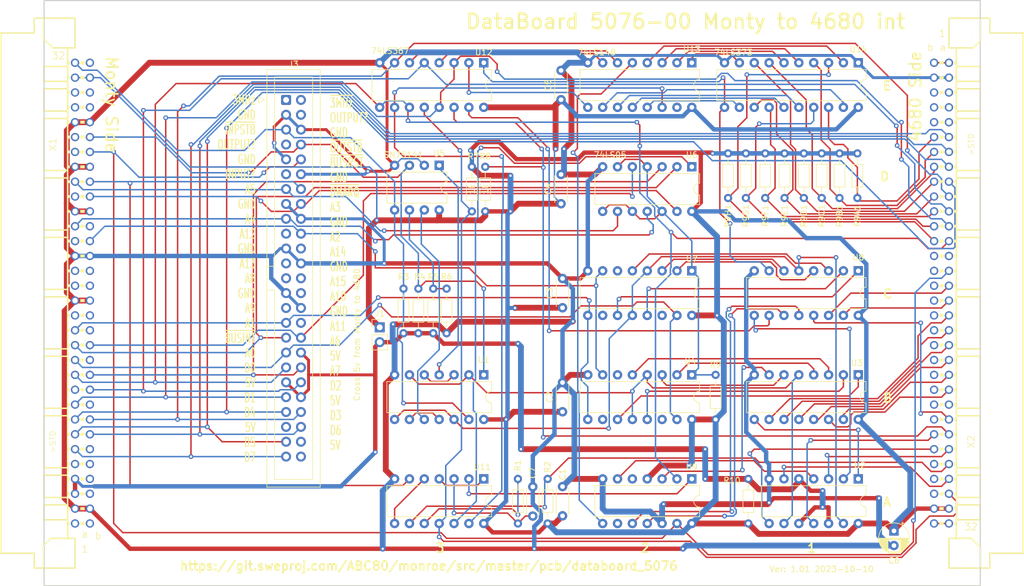
<source format=kicad_pcb>
(kicad_pcb (version 20221018) (generator pcbnew)

  (general
    (thickness 1.6)
  )

  (paper "A4")
  (title_block
    (title "DataBoard 5076-00")
    (date "2023-10-10")
    (rev "v1.01")
    (company "SweProj")
    (comment 1 "Monty to 4680 int")
  )

  (layers
    (0 "F.Cu" signal)
    (31 "B.Cu" signal)
    (32 "B.Adhes" user "B.Adhesive")
    (33 "F.Adhes" user "F.Adhesive")
    (34 "B.Paste" user)
    (35 "F.Paste" user)
    (36 "B.SilkS" user "B.Silkscreen")
    (37 "F.SilkS" user "F.Silkscreen")
    (38 "B.Mask" user)
    (39 "F.Mask" user)
    (40 "Dwgs.User" user "User.Drawings")
    (41 "Cmts.User" user "User.Comments")
    (42 "Eco1.User" user "User.Eco1")
    (43 "Eco2.User" user "User.Eco2")
    (44 "Edge.Cuts" user)
    (45 "Margin" user)
    (46 "B.CrtYd" user "B.Courtyard")
    (47 "F.CrtYd" user "F.Courtyard")
    (48 "B.Fab" user)
    (49 "F.Fab" user)
    (50 "User.1" user)
    (51 "User.2" user)
    (52 "User.3" user)
    (53 "User.4" user)
    (54 "User.5" user)
    (55 "User.6" user)
    (56 "User.7" user)
    (57 "User.8" user)
    (58 "User.9" user)
  )

  (setup
    (pad_to_mask_clearance 0)
    (pcbplotparams
      (layerselection 0x00010fc_ffffffff)
      (plot_on_all_layers_selection 0x0000000_00000000)
      (disableapertmacros false)
      (usegerberextensions false)
      (usegerberattributes true)
      (usegerberadvancedattributes true)
      (creategerberjobfile true)
      (dashed_line_dash_ratio 12.000000)
      (dashed_line_gap_ratio 3.000000)
      (svgprecision 4)
      (plotframeref false)
      (viasonmask false)
      (mode 1)
      (useauxorigin false)
      (hpglpennumber 1)
      (hpglpenspeed 20)
      (hpglpendiameter 15.000000)
      (dxfpolygonmode true)
      (dxfimperialunits true)
      (dxfusepcbnewfont true)
      (psnegative false)
      (psa4output false)
      (plotreference true)
      (plotvalue true)
      (plotinvisibletext false)
      (sketchpadsonfab false)
      (subtractmaskfromsilk false)
      (outputformat 1)
      (mirror false)
      (drillshape 1)
      (scaleselection 1)
      (outputdirectory "")
    )
  )

  (net 0 "")
  (net 1 "unconnected-(X1A-1-PadA1)")
  (net 2 "Net-(U5-COMREF)")
  (net 3 "Net-(U5-1OUT)")
  (net 4 "unconnected-(X1A-5-PadA5)")
  (net 5 "/~{BUSRST}")
  (net 6 "/D0")
  (net 7 "/D2")
  (net 8 "/D1")
  (net 9 "/D4")
  (net 10 "Net-(U3-~{Y6})")
  (net 11 "Net-(U8-~{Y6})")
  (net 12 "unconnected-(X1A-15-PadA15)")
  (net 13 "Net-(U7-E01)")
  (net 14 "unconnected-(X1A-17-PadA17)")
  (net 15 "unconnected-(X1A-18-PadA18)")
  (net 16 "Net-(U1-Pad11)")
  (net 17 "unconnected-(X1A-20-PadA20)")
  (net 18 "Net-(U5-2OUT)")
  (net 19 "/D3")
  (net 20 "unconnected-(X1A-23-PadA23)")
  (net 21 "unconnected-(X1A-26-PadA26)")
  (net 22 "unconnected-(X1A-27-PadA27)")
  (net 23 "unconnected-(X1A-29-PadA29)")
  (net 24 "unconnected-(X1A-30-PadA30)")
  (net 25 "unconnected-(X1B-1-PadB1)")
  (net 26 "unconnected-(X1B-3-PadB3)")
  (net 27 "unconnected-(X1B-4-PadB4)")
  (net 28 "unconnected-(X1B-5-PadB5)")
  (net 29 "unconnected-(X1B-6-PadB6)")
  (net 30 "/D6")
  (net 31 "/D5")
  (net 32 "unconnected-(X1B-9-PadB9)")
  (net 33 "/D7")
  (net 34 "unconnected-(X1B-12-PadB12)")
  (net 35 "unconnected-(X1B-14-PadB14)")
  (net 36 "unconnected-(X1B-15-PadB15)")
  (net 37 "unconnected-(X1B-17-PadB17)")
  (net 38 "unconnected-(X1B-18-PadB18)")
  (net 39 "/~{PREN}")
  (net 40 "unconnected-(X1B-21-PadB21)")
  (net 41 "/~{R{slash}W}")
  (net 42 "/~{INT7}")
  (net 43 "/~{INT6}")
  (net 44 "VCC")
  (net 45 "/~{INT4}")
  (net 46 "unconnected-(X1B-29-PadB29)")
  (net 47 "unconnected-(X1B-30-PadB30)")
  (net 48 "/~{INT3}")
  (net 49 "unconnected-(X1B-32-PadB32)")
  (net 50 "/~{INT2}")
  (net 51 "Net-(U12-OEb)")
  (net 52 "/~{INT1}")
  (net 53 "Net-(U4-D0)")
  (net 54 "Net-(U3-~{E2})")
  (net 55 "/~{INT0}")
  (net 56 "Net-(U1-Pad3)")
  (net 57 "Net-(U3-A0)")
  (net 58 "/~{TREN}")
  (net 59 "/~{PRAC}")
  (net 60 "Net-(U12-OEa)")
  (net 61 "unconnected-(U7-~{Q1}-Pad6)")
  (net 62 "Net-(U3-A1)")
  (net 63 "Net-(U3-A2)")
  (net 64 "Net-(U3-~{E1})")
  (net 65 "Net-(U3-E3)")
  (net 66 "Net-(R1-Pad2)")
  (net 67 "GND")
  (net 68 "/~{STR_OUT}")
  (net 69 "Net-(C7-Pad1)")
  (net 70 "/~{STRINP}")
  (net 71 "/~{C4}")
  (net 72 "/~{C3}")
  (net 73 "/~{C2}")
  (net 74 "/~{C1}")
  (net 75 "+5V")
  (net 76 "unconnected-(U4-~{Q1}-Pad6)")
  (net 77 "unconnected-(J3-Pin_1-Pad1)")
  (net 78 "unconnected-(J3-Pin_2-Pad2)")
  (net 79 "unconnected-(U4-~{Q2}-Pad10)")
  (net 80 "unconnected-(U4-~{Q3}-Pad14)")
  (net 81 "unconnected-(J3-Pin_4-Pad4)")
  (net 82 "unconnected-(U7-~{Q2}-Pad10)")
  (net 83 "Net-(U7-Q2)")
  (net 84 "Net-(U7-Q3)")
  (net 85 "Net-(U9A-~{Q})")
  (net 86 "Net-(U3-~{Y7})")
  (net 87 "unconnected-(J3-Pin_7-Pad7)")
  (net 88 "unconnected-(U7-~{Q3}-Pad14)")
  (net 89 "Net-(U11-Pad12)")
  (net 90 "Net-(U9A-~{R})")
  (net 91 "Net-(U11-Pad1)")
  (net 92 "Net-(U11-Pad5)")
  (net 93 "unconnected-(U9A-Q-Pad5)")
  (net 94 "Net-(U7-Q1)")
  (net 95 "Net-(U7-~{Q0})")
  (net 96 "Net-(U7-Q0)")
  (net 97 "unconnected-(J3-Pin_11-Pad11)")
  (net 98 "Net-(U8-~{Y4})")
  (net 99 "Net-(U8-~{Y3})")
  (net 100 "/~{OUT}")
  (net 101 "/~{OPS}")
  (net 102 "/~{STAT}")
  (net 103 "Net-(U13-EI)")
  (net 104 "unconnected-(U9B-Q-Pad9)")
  (net 105 "Net-(U12-I1)")
  (net 106 "/~{INP}")
  (net 107 "Net-(U12-I2)")
  (net 108 "Net-(U12-I3)")
  (net 109 "Net-(U12-I4)")
  (net 110 "unconnected-(J3-Pin_19-Pad19)")
  (net 111 "Net-(U13-I4)")
  (net 112 "Net-(U13-I5)")
  (net 113 "Net-(U13-I6)")
  (net 114 "Net-(U13-I7)")
  (net 115 "Net-(U13-IO)")
  (net 116 "Net-(U13-I1)")
  (net 117 "Net-(U13-I2)")
  (net 118 "Net-(U13-I3)")
  (net 119 "unconnected-(U13-EO-Pad15)")
  (net 120 "unconnected-(J3-Pin_22-Pad22)")
  (net 121 "unconnected-(J3-Pin_23-Pad23)")
  (net 122 "unconnected-(J3-Pin_25-Pad25)")
  (net 123 "unconnected-(J3-Pin_26-Pad26)")
  (net 124 "unconnected-(J3-Pin_28-Pad28)")
  (net 125 "unconnected-(J3-Pin_29-Pad29)")
  (net 126 "unconnected-(J3-Pin_32-Pad32)")
  (net 127 "unconnected-(J3-Pin_45-Pad45)")
  (net 128 "unconnected-(J3-Pin_48-Pad48)")
  (net 129 "unconnected-(J3-Pin_50-Pad50)")
  (net 130 "unconnected-(X1A-10-PadA10)")
  (net 131 "/~{XINPSTB}")
  (net 132 "/~{XOUTSTB}")
  (net 133 "/XA5")
  (net 134 "/~{DMARQ}")
  (net 135 "/XA3")
  (net 136 "/XA4")
  (net 137 "/XA1")
  (net 138 "/~{BUSINT}")
  (net 139 "/XA6")
  (net 140 "/XA0")
  (net 141 "/XA7")
  (net 142 "/XA2")
  (net 143 "/~{CS}")
  (net 144 "/~{INT5}")
  (net 145 "/-12V")
  (net 146 "/~{TRRQ}")
  (net 147 "/~{BPCLK}")
  (net 148 "/GNDB")
  (net 149 "/~{INT}")
  (net 150 "/~{CSB}")
  (net 151 "/~{NMI}")
  (net 152 "/12V")
  (net 153 "/~{XMEMWR}")
  (net 154 "/~{XMEMFL}")
  (net 155 "/3MHz")
  (net 156 "/~{XCSB2}")
  (net 157 "/~{XCSB3}")
  (net 158 "/~{XCSB4}")
  (net 159 "/~{XCSB5}")
  (net 160 "/A11")
  (net 161 "/A10")
  (net 162 "/A9")
  (net 163 "/~{EXP}")
  (net 164 "/~{BUSEN}")
  (net 165 "/~{DSTB}")
  (net 166 "/A5")
  (net 167 "/A4")
  (net 168 "/A1")
  (net 169 "/A0")
  (net 170 "/~{DIRW{slash}R}")

  (footprint "Package_DIP:DIP-16_W7.62mm" (layer "F.Cu") (at 155.702 91.186 -90))

  (footprint "Resistor_THT:R_Axial_DIN0204_L3.6mm_D1.6mm_P7.62mm_Horizontal" (layer "F.Cu") (at 159.766 116.586 90))

  (footprint "Resistor_THT:R_Axial_DIN0204_L3.6mm_D1.6mm_P7.62mm_Horizontal" (layer "F.Cu") (at 171.546 78.74 90))

  (footprint "Package_DIP:DIP-14_W7.62mm" (layer "F.Cu") (at 120.142 126.746 -90))

  (footprint "Resistor_THT:R_Axial_DIN0204_L3.6mm_D1.6mm_P7.62mm_Horizontal" (layer "F.Cu") (at 125.984 134.366 90))

  (footprint "Resistor_THT:R_Axial_DIN0204_L3.6mm_D1.6mm_P7.62mm_Horizontal" (layer "F.Cu") (at 168.244 78.74 90))

  (footprint "Resistor_THT:R_Axial_DIN0204_L3.6mm_D1.6mm_P7.62mm_Horizontal" (layer "F.Cu") (at 131.064 134.366 90))

  (footprint "Resistor_THT:R_Axial_DIN0204_L3.6mm_D1.6mm_P7.62mm_Horizontal" (layer "F.Cu") (at 164.942 78.74 90))

  (footprint "Package_DIP:DIP-20_W7.62mm" (layer "F.Cu") (at 184.15 55.626 -90))

  (footprint "Capacitor_THT:CP_Radial_D5.0mm_P2.50mm" (layer "F.Cu") (at 190.246 135.636 -90))

  (footprint "Resistor_THT:R_Axial_DIN0204_L3.6mm_D1.6mm_P7.62mm_Horizontal" (layer "F.Cu") (at 113.792 101.854 90))

  (footprint "Resistor_THT:R_Axial_DIN0204_L3.6mm_D1.6mm_P7.62mm_Horizontal" (layer "F.Cu") (at 177.896 78.74 90))

  (footprint "Resistor_THT:R_Axial_DIN0204_L3.6mm_D1.6mm_P7.62mm_Horizontal" (layer "F.Cu") (at 180.944 78.74 90))

  (footprint "Package_DIP:DIP-16_W7.62mm" (layer "F.Cu") (at 120.142 55.626 -90))

  (footprint "Package_DIP:DIP-14_W7.62mm" (layer "F.Cu") (at 155.702 73.406 -90))

  (footprint "Capacitor_THT:C_Disc_D4.3mm_W1.9mm_P5.00mm" (layer "F.Cu") (at 133.604 115.276 90))

  (footprint "Resistor_THT:R_Axial_DIN0204_L3.6mm_D1.6mm_P7.62mm_Horizontal" (layer "F.Cu") (at 165.354 126.746 -90))

  (footprint "Capacitor_THT:C_Disc_D4.3mm_W1.9mm_P5.00mm" (layer "F.Cu") (at 133.35 61.936 90))

  (footprint "databoard_5076:FAB64Q" (layer "F.Cu") (at 202.184 94.996))

  (footprint "Resistor_THT:R_Axial_DIN0204_L3.6mm_D1.6mm_P7.62mm_Horizontal" (layer "F.Cu") (at 106.426 101.854 90))

  (footprint "Resistor_THT:R_Axial_DIN0204_L3.6mm_D1.6mm_P7.62mm_Horizontal" (layer "F.Cu") (at 161.894 78.74 90))

  (footprint "Connector_IDC:IDC-Header_2x25_P2.54mm_Vertical" (layer "F.Cu")
    (tstamp 8cdf41d2-888b-4000-adcd-859c207bc70c)
    (at 86.36 61.976)
    (descr "Through hole IDC box header, 2x25, 2.54mm pitch, DIN 41651 / IEC 60603-13, double rows, https://docs.google.com/spreadsheets/d/16SsEcesNF15N3Lb4niX7dcUr-NY5_MFPQhobNuNppn4/edit#gid=0")
    (tags "Through hole vertical IDC box header THT 2x25 2.54mm double row")
    (property "Sheetfile" "databoard_5076.kicad_sch")
    (property "Sheetname" "")
    (property "ki_description" "Generic connector, double row, 02x25, odd/even pin numbering scheme (row 1 odd numbers, row 2 even numbers), script generated (kicad-library-utils/schlib/autogen/connector/)")
    (property "ki_keywords" "connector")
    (path "/726686d0-076e-4646-9f80-587f9beaca4c")
    (attr through_hole)
    (fp_text reference "J3" (at 1.27 -6.1) (layer "F.SilkS")
        (effects (font (size 1 1) (thickness 0.15)))
      (tstamp b766fb11-afe3-4bd1-8c5d-1b84b097c0f7)
    )
    (fp_text value "Conn_02x25_Odd_Even" (at 1.27 67.06) (layer "F.Fab")
        (effects (font (size 1 1) (thickness 0.15)))
      (tstamp 12521d5e-3f01-43c0-8543-4410ffbdff87)
    )
    (fp_text user "${REFERENCE}" (at 1.27 30.48 90) (layer "F.Fab")
        (effects (font (size 1 1) (thickness 0.15)))
      (tstamp ba4883d6-8ec4-4ddd-a471-d1cc1ab001ab)
    )
    (fp_line (start -4.68 -0.5) (end -4.68 0.5)
      (stroke (width 0.12) (type solid)) (layer "F.SilkS") (tstamp 99694679-48e3-44b7-892a-a6a249c35027))
    (fp_line (start -4.68 0.5) (end -3.68 0)
      (stroke (width 0.12) (type solid)) (layer "F.SilkS") (tstamp a0650d93-a3ce-492c-bdbc-af5c711cf2ed))
    (fp_line (start -3.68 0) (end -4.68 -0.5)
      (stroke (width 0.12) (type solid)) (layer "F.SilkS") (tstamp 5f1f44fa-9b08-476c-b6a0-112147158c8a))
    (fp_line (start -3.29 -5.21) (end 5.83 -5.21)
      (stroke (width 0.12) (type solid)) (layer "F.SilkS") (tstamp f75428dd-10c7-4e17-9259-946b8f84cd0d))
    (fp_line (start -3.29 28.43) (end -1.98 28.43)
      (stroke (width 0.12) (type solid)) (layer "F.SilkS") (tstamp 9499dfea-90d0-4533-871b-484724037704))
    (fp_line (start -3.29 66.17) (end -3.29 -5.21)
      (stroke (width 0.12) (type solid)) (layer "F.SilkS") (tstamp 6d8aa5aa-8c8a-4365-9193-55dc7f84ebb0))
    (fp_line (start -1.98 -3.91) (end 4.52 -3.91)
      (stroke (width 0.12) (type solid)) (layer "F.SilkS") (tstamp 211e4532-d902-4d36-8da3-c496f1f81137))
    (fp_line (start -1.98 28.43) (end -1.98 -3.91)
      (stroke (width 0.12) (type solid)) (layer "F.SilkS") (tstamp 7898d542-3857-48f7-b444-94ac981bb125))
    (fp_line (start -1.98 32.53) (end -3.29 32.53)
      (stroke (width 0.12) (type solid)) (layer "F.SilkS") (tstamp 6b292712-2f7b-4cac-b21f-0c50f38ac869))
    (fp_line (start -1.98 32.53) (end -1.98 32.53)
      (stroke (width 0.12) (type solid)) (layer "F.SilkS") (tstamp 46456993-6856-4569-a6af-c5915116b5aa))
    (fp_line (start -1.98 64.87) (end -1.98 32.53)
      (stroke (width 0.12) (type solid)) (layer "F.SilkS") (tstamp 01887cc5-f766-419e-8604-e168edda5dcc))
    (fp_line (start 4.52 -3.91) (end 4.52 64.87)
      (stroke (width 0.12) (type solid)) (layer "F.SilkS") (tstamp 28d52036-87c9-4e7d-b2aa-6a04e4f65b82))
    (fp_line (start 4.52 64.87) (end -1.98 64.87)
      (stroke (width 0.12) (type solid)) (layer "F.SilkS") (tstamp cc7c1555-99ef-4821-a771-58e9fd1612be))
    (fp_line (start 5.83 -5.21) (end 5.83 66.17)
      (stroke (width 0.12) (type solid)) (layer "F.SilkS") (tstamp 132074e2-6c36-4f87-aed7-872c76791f6e))
    (fp_line (start 5.83 66.17) (end -3.29 66.17)
      (stroke (width 0.12) (type solid)) (layer "F.SilkS") (tstamp 5094c417-5330-4d04-83b9-fe49db2056c1))
    (fp_line (start -3.68 -5.6) (end -3.68 66.56)
      (stroke (width 0.05) (type solid)) (layer "F.CrtYd") (tstamp fa16a02d-b021-4f05-ae9e-9146541fb092))
    (fp_line (start -3.68 66.56) (end 6.22 66.56)
      (stroke (width 0.05) (type solid)) (layer "F.CrtYd") (tstamp 883c5b1f-d585-4fee-887e-b90870641023))
    (fp_line (start 6.22 -5.6) (end -3.68 -5.6)
      (stroke (width 0.05) (type solid)) (layer "F.CrtYd") (tstamp ecfb39e9-4dc7-4012-90f3-b7c2bd3c54fc))
    (fp_line (start 6.22 66.56) (end 6.22 -5.6)
      (stroke (width 0.05) (type solid)) (layer "F.CrtYd") (tstamp 7c0dbbcc-c14f-47d9-848c-9091ab5d332f))
    (fp_line (start -3.18 -4.1) (end -2.18 -5.1)
      (stroke (width 0.1) (type solid)) (layer "F.Fab") (tstamp ebd9221b-74af-422b-ad2a-9c0fefc58b14))
    (fp_line (start -3.18 28.43) (end -1.98 28.43)
      (stroke (width 0.1) (type solid)) (layer "F.Fab") (tstamp 847308f3-ec64-41c9-9e25-86c9a2ae142e))
    (fp_line (start -3.18 66.06) (end -3.18 -4.1)
      (stroke (width 0.1) (type solid)) (layer "F.Fab") (tstamp b0d66287-2661-4f7f-961c-ed0c2fdad03f))
    (fp_line (start -2.18 -5.1) (end 5.72 -5.1)
      (stroke (width 0.1) (type solid)) (layer "F.Fab") (tstamp 3690b43e-f887-40d8-9a66-4054e4bd49b2))
    (fp_line (start -1.98 -3.91) (end 4.52 -3.91)
      (stroke (width 0.1) (type solid)) (layer "F.Fab") (tstamp 445a79e0-4eb8-4a66-b7c8-ed3f5f919e4f))
    (fp_line (start -1.98 28.43) (end -1.98 -3.91)
      (stroke (width 0.1) (type solid)) (layer "F.Fab") (tstamp 32f75a23-d74d-49d1-9f55-4eaab3bf67ba))
    (fp_line (start -1.98 32.53) (end -3.18 32.53)
      (stroke (width 0.1) (type solid)) (layer "F.Fab") (tstamp a2a96772-15b7-4115-8b50-41d53ee48834))
    (fp_line (start -1.98 32.53) (end -1.98 32.53)
      (stroke (width 0.1) (type solid)) (layer "F.Fab") (tstamp 443f8a2b-a8bc-4eb3-bf83-522d29262583))
    (fp_line (start -1.98 64.87) (end -1.98 32.53)
      (stroke (width 0.1) (type solid)) (layer "F.Fab") (tstamp 4063c6a6-33df-4e19-9a34-dfff7f56df84))
    (fp_line (start 4.52 -3.91) (end 4.52 64.87)
      (stroke (width 0.1) (type solid)) (layer "F.Fab") (tstamp 0353bea4-e65a-4ccc-a543-1a8597c6af79))
    (fp_line (start 4.52 64.87) (end -1.98 64.87)
      (stroke (width 0.1) (type solid)) (layer "F.Fab") (tstamp 3150e36a-208c-4f81-beab-b6facc10fe73))
    (fp_line (start 5.72 -5.1) (end 5.72 66.06)
      (stroke (width 0.1) (type solid)) (layer "F.Fab") (tstamp 2c1e38ee-2dfd-4aa2-83fa-941c927f550d))
    (fp_line (start 5.72 66.06) (end -3.18 66.06)
      (stroke (width 0.1) (type solid)) (layer "F.Fab") (tstamp 4531bd1b-4e82-4ab4-a197-2f03419fd759))
    (pad "1" thru_hole roundrect (at 0 0) (size 1.7 1.7) (drill 1) (layers "*.Cu" "*.Mask") (roundrect_rratio 0.1470588235)
      (net 77 "unconnected-(J3-Pin_1-Pad1)") (pinfunction "Pin_1") (pintype "passive") (tstamp b0b05b57-21d4-4f2a-af3a-e5a53b53b687))
    (pad "2" thru_hole circle (at 2.54 0) (size 1.7 1.7) (drill 1) (layers "*.Cu" "*.Mask")
      (net 78 "unconnected-(J3-Pin_2-Pad2)") (pinfunction "Pin_2") (pintype "passive") (tstamp 70deba09-278d-4b0e-8bdd-95a7e555adbf))
    (pad "3" thru_hole circle (at 0 2.54) (size 1.7 1.7) (drill 1) (layers "*.Cu" "*.Mask")
      (net 67 "GND") (pinfunction "Pin_3") (pintype "passive") (tstamp ed4f45ab-1135-4782-91de-df10d7ce4ce9))
    (pad "4" thru_hole circle (at 2.54 2.54) (size 1.7 1.7) (drill 1) (layers "*.Cu" "*.Mask")
      (net 81 "unconnected-(J3-Pin_4-Pad4)") (pinfunction "Pin_4") (pintype "passive") (tstamp 11e8fad0-485f-4650-bc28-07b492feb94f))
    (pad "5" thru_hole circle (at 0 5.08) (size 1.7 1.7) (drill 1) (layers "*.Cu" "*.Mask")
      (net 131 "/~{XINPSTB}") (pinfunction "Pin_5") (pintype "passive") (tstamp 847e0519-eab4-4bc1-bb89-4af8ce2bc784))
    (pad "6" thru_hole circle (at 2.54 5.08) (size 1.7 1.7) (drill 1) (layers "*.Cu" "*.Mask")
      (net 67 "GND") (pinfunction "Pin_6") (pintype "passive") (tstamp a333f383-2a9a-4fa7-ba33-fd18ad1e2d3c))
    (pad "7" thru_hole circle (at 0 7.62) (size 1.7 1.7) (drill 1) (layers "*.Cu" "*.Mask")
      (net 87 "unconnected-(J3-Pin_7-Pad7)") (pinfunction "Pin_7") (pintype "passive") (tstamp a60faedf-169c-4cef-ac93-f889ad6e94af))
    (pad "8" thru_hole circle (at 2.54 7.62) (size 1.7 1.7) (drill 1) (layers "*.Cu" "*.Mask")
      (net 132 "/~{XOUTSTB}") (pinfunction "Pin_8") (pintype "passive") (tstamp 3b02fc7c-fc8a-48e9-90cc-b7a16d657ef2))
    (pad "9" thru_hole circle (at 0 10.16) (size 1.7 1.7) (drill 1) (layers "*.Cu" "*.Mask")
      (net 67 "GND") (pinfunction "Pin_9") (pintype "passive") (tstamp cfa10c93-e6dd-4b8c-984c-f26fd06b82f1))
    (pad "10" thru_hole circle (at 2.54 10.16) (size 1.7 1.7) (drill 1) (layers "*.Cu" "*.Mask")
      (net 5 "/~{BUSRST}") (pinfunction "Pin_10") (pintype "passive") (tstamp ee7c4716-d143-4def-a4b8-e1bb1ecb23c7))
    (pad "11" thru_hole circle (at 0 12.7) (size 1.7 1.7) (drill 1) (layers "*.Cu" "*.Mask")
      (net 97 "unconnected-(J3-Pin_11-Pad11)") (pinfunction "Pin_11") (pintype "passive") (tstamp 7ad2cae7-0075-4c9c-bbb5-d16fb1be9b24))
    (pad "12" thru_hole circle (at 2.54 12.7) (size 1.7 1.7) (drill 1) (layers "*.Cu" "*.Mask")
      (net 67 "GND") (pinfunction "Pin_12") (pintype "passive") (tstamp 5424a2b4-db13-4e89-902f-6cefcaebce1e))
    (pad "13" thru_hole circle (at 0 15.24) (size 1.7 1.7) (drill 1) (layers "*.Cu" "*.Mask")
      (net 133 "/XA5") (pinfunction "Pin_13") (pintype "passive") (tstamp 8be6e73f-fa61-4374-9b0c-7fb535e31eb8))
    (pad "14" thru_hole circle (at 2.54 15.24) (size 1.7 1.7) (drill 1) (layers "*.Cu" "*.Mask")
      (net 134 "/~{DMARQ}") (pinfunction "Pin_14") (pintype "passive") (tstamp 99b0e702-b8e4-4574-b6d4-ebabaac49afc))
    (pad "15" thru_hole circle (at 0 17.78) (size 1.7 1.7) (drill 1) (layers "*.Cu" "*.Mask")
      (net 67 "GND") (pinfunction "Pin_15") (pintype "passive") (tstamp 363d15a2-24f4-4174-a0d6-dd4ab820c1fe))
    (pad "16" thru_hole circle (at 2.54 17.78) (size 1.7 1.7) (drill 1) (layers "*.Cu" "*.Mask")
      (net 135 "/XA3") (pinfunction "Pin_16") (pintype "passive") (tstamp eb03c921-bbd1-4612-b694-48f57830c95f))
    (pad "17" thru_hole circle (at 0 20.32) (size 1.7 1.7) (drill 1) (layers "*.Cu" "*.Mask")
      (net 136 "/XA4") (pinfunction "Pin_17") (pintype "passive") (tstamp 50c585d9-43a6-4f0f-af86-d67c0229e232))
    (pad "18" thru_hole circle (at 2.54 20.32) (size 1.7 1.7) (drill 1) (layers "*.Cu" "*.Mask")
      (net 67 "GND") (pinfunction "Pin_18") (pintype "passive") (tstamp d966642e-f0c7-4534-bac3-10b5040c2e4c))
    (pad "19" thru_hole circle (at 0 22.86) (size 1.7 1.7) (drill 1) (layers "*.Cu" "*.Mask")
      (net 110 "unconnected-(J3-Pin_19-Pad19)") (pinfunction "Pin_19") (pintype "passive") (tstamp 7af7657f-fb8f-4e16-99de-07b89469586c))
    (pad "20" thru_hole circle (at 2.54 22.86) (size 1.7 1.7) (drill 1) (layers "*.Cu" "*.Mask")
      (net 142 "/XA2") (pinfunction "Pin_20") (pintype "passive") (tstamp bbc5d07d-cfe5-421e-b538-8f24f3fef291))
    (pad "21" thru_hole circle (at 0 25.4) (size 1.7 1.7) (drill 1) (layers "*.Cu" "*.Mask")
      (net 67 "GND") (pinfunction "Pin_21") (pintype "passive") (tstamp 320c2b2a-b781-40a3-9a75-e2c1471de9b5))
    (pad "22" thru_hole circle (at 2.54 25.4) (size 1.7 1.7) (drill 1) (layers "*.Cu" "*.Mask")
      (net 120 "unconnected-(J3-Pin_22-Pad22)") (pinfunction "Pin_22") (pintype "passive") (tstamp 5879e7b3-3fd0-42dd-bab9-22a881247e2f))
    (pad "23" thru_hole circle (at 0 27.94) (size 1.7 1.7) (drill 1) (layers "*.Cu" "*.Mask")
      (net 121 "unconnected-(J3-Pin_23-Pad23)") (pinfunction "Pin_23") (pintype "passive") (tstamp 9606618e-73a3-47a9-9548-f782e9d3ad56))
    (pad "24" thru_hole circle (at 2.54 27.94) (size 1.7 1.7) (drill 1) (layers "*.Cu" "*.Mask")
      (net 67 "GND") (pinfunction "Pin_24") (pintype "passive") (tstamp 5b48bb60-0c7f-4fa5-a627-1108bb7b016f))
    (pad "25" thru_hole circle (at 0 30.48) (size 1.7 1.7) (drill 1) (layers "*.Cu" "*.Mask")
      (net 122 "unconnected-(J3-Pin_25-Pad25)") (pinfunction "Pin_25") (pintype "passive") (tstamp 73dbd86e-51d3-4450-b81a-bf703e90012b))
    (pad "26" thru_hole circle (at 2.54 30.48) (size 1.7 1.7) (drill 1) (layers "*.Cu" "*.Mask")
      (net 123 "unconnected-(J3-Pin_26-Pad26)") (pinfunction "Pin_26") (pintype "passive") (tstamp e5b42448-3433-47a2-9f1b-83aa1921a7d8))
    (pad "27" thru_hole circle (at 0 33.02) (size 1.7 1.7) (drill 1) (layers "*.Cu" "*.Mask")
      (net 67 "GND") (pinfunction "Pin_27") (pintype "passive") (tstamp 45354b56-2149-4cb0-b3d3-10492db9f5fe))
    (pad "28" thru_hole circle (at 2.54 33.02) (size 1.7 1.7) (drill 1) (layers "*.Cu" "*.Mask")
      (net 124 "unconnected-(J3-Pin_28-Pad28)") (pinfunction "Pin_28") (pintype "passive") (tstamp 3bd158d4-94f9-4c06-8b2b-613847801f8a))
    (pad "29" thru_hole circle (at 0 35.56) (size 1.7 1.7) (drill 1) (layers "*.Cu" "*.Mask")
      (net 125 "unconnected-(J3-Pin_29-Pad29)") (pinfunction "Pin_29") (pintype "passive") (tstamp c0860e9d-a994-40b9-bd8a-009851998f95))
    (pad "30" thru_hole circle (at 2.54 35.56) (size 1.7 1.7) (drill 1) (layers "*.Cu" "*.Mask")
      (net 67 "GND") (pinfunction "Pin_30") (pintype "passive") (tstamp a4c5802f-ceb4-456a-b61d-70057c7cd283))
    (pad "31" thru_hole circle (at 0 38.1) (size 1.7 1.7) (drill 1) (layers "*.Cu" "*.Mask")
      (net 137 "/XA1") (pinfunction "Pin_31") (pintype "passive") (tstamp ea9054a9-908e-406a-bc8d-8338aac77800))
    (pad "32" thru_hole circle (at 2.54 38.1) (size 1.7 1.7) (drill 1) (layers "*.Cu" "*.Mask")
      (net 126 "unconnected-(J3-Pin_32-Pad32)") (pinfunction "Pin_32") (pintype "passive") (tstamp a7083ced-d345-4339-a79b-b72841e2f768))
    (pad "33" thru_hole circle (at 0 40.64) (size 1.7 1.7) (drill 1) (layers "*.Cu" "*.Mask")
      (net 138 "/~{BUSINT}") (pinfunction "Pin_33") (pintype "passive") (tstamp 9d3880f1-8f6d-485e-8ca7-2c343d019a9d))
    (pad "34" thru_hole circle (at 2.54 40.64) (size 1.7 1.7) (drill 1) (layers "*.Cu" "*.Mask")
      (net 139 "/XA6") (pinfunction "Pin_34") (pintype "passive") (tstamp 2135282b-8274-42bd-9321-05f736c7db4a))
    (pad "35" thru_hole circle (at 0 43.18) (size 1.7 1.7) (drill 1) (layers "*.Cu" "*.Mask")
      (net 140 "/XA0") (pinfunction "Pin_35") (pintype "passive") (tstamp f547fe97-eb39-426f-ab5b-a947be8d5062))
    (pad "36" thru_hole circle (at 2.54 43.18) (size 1.7 1.7) (drill 1) (layers "*.Cu" "*.Mask")
      (net 75 "+5V") (pinfunction "Pin_36") (pintype "passive") (tstamp 66826ab3-8781-42e4-a09c-c5f1f82b2492))
    (pad "37" thru_hole circle (at 0 45.72) (size 1.7 1.7) (drill 1) (layers "*.Cu" "*.Mask")
      (net 6 "/D0") (pinfunction "Pin_37") (pintype "passive") (tstamp 77924b5f-189b-4712-950b-6297283b5935))
    (pad "38" thru_hole circle (at 2.54 45.72) (size 1.7 1.7) (drill 1) (layers "*.Cu" "*.Mask")
      (net 141 "/XA7") (pinfunction "Pin_38") (pintype "passive") (tstamp fd34374c-8c51-4d79-a659-c708a2bbd122))
    (pad "39" thru_hole circle (at 0 48.26) (size 1.7 1.7) (drill 1) (layers "*.Cu" "*.Mask")
      (net 75 "+5V") (pinfunction "Pin_39") (pintype "passive") (tstamp fd67efb9-cc72-4c0d-b155-5847d14535b0))
    (pad "40" thru_hole circle (at 2.54 48.26) (size 1.7 1.7) (drill 1) (layers "*.Cu" "*.Mask")
      (net 7 "/D2") (pinfunction "Pin_40") (pintype "passive") (tstamp c56d9349-8515-4815-98ec-c17bcac414a8))
    (pad "41" thru_hole circle (at 0 50.8) (size 1.7 1.7) (drill 1) (layers "*.Cu" "*.Mask")
      (net 8 "/D1") (pinfunction "Pin_41") (pintype "passive") (tstamp b3a04148-0060-4007-862a-d43f89dad753))
    (pad "42" thru_hole circle (at 2.54 50.8) (size 1.7 1.7) (drill 1) (layers "*.Cu" "*.Mask")
      (net 75 "+5V") (pinfunction "Pin_42") (pintype "passive") (tstamp 49cf788a-e065-49ed-848d-f9f87efa02a8))
    (pad "43" thru_hole circle (at 0 53.34) (size 1.7 1.7) (drill 1) (layers "*.Cu" "*.Mask")
      (net 9 "/D4") (pinfunction "Pin_43") (pintype "passive") (tstamp 1ff814a6-a875-4ce7-a8ed-3c7c211ddc65))
    (pad "44" thru_hole circle (at 2.54 53.34) (size 1.7 1.7) (drill 1) (layers "*.Cu" "*.Mask")
      (net 19 "/D3") (pinfunction "Pin_44") (pintype "passive") (tstamp bbd81523-5c12-446a-894f-ae2402d56d55))
    (pad "45" thru_hole circle (at 0 55.88) (size 1.7 1.7) (drill 1) (layers "*.Cu" "*.Mask")
      (net 127 "unconnected-(J3-Pin_45-Pad45)") 
... [343267 chars truncated]
</source>
